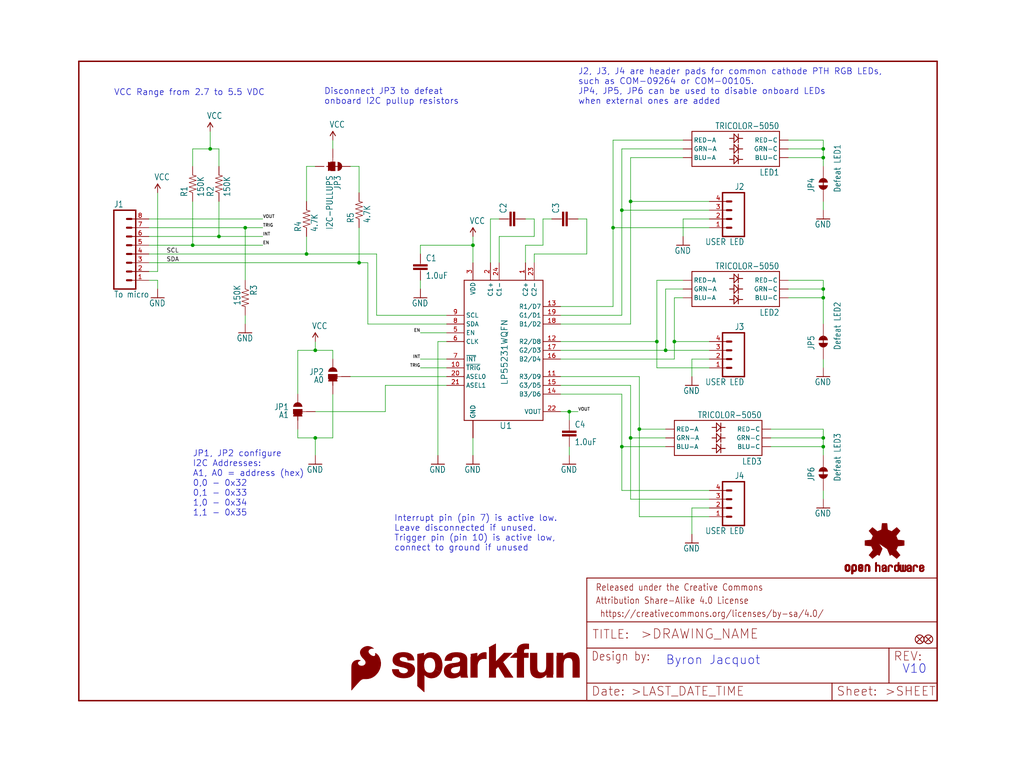
<source format=kicad_sch>
(kicad_sch (version 20211123) (generator eeschema)
  (paper "User" 297.002 223.926)
  (lib_symbols
    (symbol "eagleSchem-eagle-import:1.0UF-16V-10%(0603)"
      (property "Reference" "C" (at 1.524 2.921 0))
      (property "Value" "1.0UF-16V-10%(0603)" (at 1.524 -2.159 0))
      (symbol "1.0UF-16V-10%(0603)_1_0"
        (pin passive line (at 0 5.08 270) (length 2.54) (name "1") (number "1"))
        (pin passive line (at 0 -2.54 90) (length 2.54) (name "2") (number "2"))
      )
    )
    (symbol "eagleSchem-eagle-import:150KOHM1{slash}10W1%(0603)"
      (property "Reference" "R" (at -3.81 1.4986 0))
      (property "Value" "150KOHM1{slash}10W1%(0603)" (at -3.81 -3.302 0))
      (symbol "150KOHM1{slash}10W1%(0603)_1_0"
        (pin passive line (at -5.08 0 0) (length 2.54) (name "1") (number "1"))
        (pin passive line (at 5.08 0 180) (length 2.54) (name "2") (number "2"))
      )
    )
    (symbol "eagleSchem-eagle-import:4.7KOHM-1{slash}10W-1%(0603)"
      (property "Reference" "R" (at -3.81 1.4986 0))
      (property "Value" "4.7KOHM-1{slash}10W-1%(0603)" (at -3.81 -3.302 0))
      (symbol "4.7KOHM-1{slash}10W-1%(0603)_1_0"
        (pin passive line (at -5.08 0 0) (length 2.54) (name "1") (number "1"))
        (pin passive line (at 5.08 0 180) (length 2.54) (name "2") (number "2"))
      )
    )
    (symbol "eagleSchem-eagle-import:CAP0603-CAP"
      (property "Reference" "C" (at 1.524 2.921 0))
      (property "Value" "CAP0603-CAP" (at 1.524 -2.159 0))
      (symbol "CAP0603-CAP_1_0"
        (pin passive line (at 0 5.08 270) (length 2.54) (name "1") (number "1"))
        (pin passive line (at 0 -2.54 90) (length 2.54) (name "2") (number "2"))
      )
    )
    (symbol "eagleSchem-eagle-import:FIDUCIALUFIDUCIAL")
    (symbol "eagleSchem-eagle-import:FRAME-LETTER"
      (symbol "FRAME-LETTER_2_0"
        (text " https://creativecommons.org/licenses/by-sa/4.0/" (at 2.54 24.13 0) (effects (font (size 1.9304 1.6408)) (justify left bottom)))
        (text ">DRAWING_NAME" (at 15.494 17.78 0) (effects (font (size 2.7432 2.7432)) (justify left bottom)))
        (text ">LAST_DATE_TIME" (at 12.7 1.27 0) (effects (font (size 2.54 2.54)) (justify left bottom)))
        (text ">SHEET" (at 86.36 1.27 0) (effects (font (size 2.54 2.54)) (justify left bottom)))
        (text "Attribution Share-Alike 4.0 License" (at 2.54 27.94 0) (effects (font (size 1.9304 1.6408)) (justify left bottom)))
        (text "Date:" (at 1.27 1.27 0) (effects (font (size 2.54 2.54)) (justify left bottom)))
        (text "Design by:" (at 1.27 11.43 0) (effects (font (size 2.54 2.159)) (justify left bottom)))
        (text "Released under the Creative Commons" (at 2.54 31.75 0) (effects (font (size 1.9304 1.6408)) (justify left bottom)))
        (text "REV:" (at 88.9 11.43 0) (effects (font (size 2.54 2.54)) (justify left bottom)))
        (text "Sheet:" (at 72.39 1.27 0) (effects (font (size 2.54 2.54)) (justify left bottom)))
        (text "TITLE:" (at 1.524 17.78 0) (effects (font (size 2.54 2.54)) (justify left bottom)))
      )
    )
    (symbol "eagleSchem-eagle-import:GND" (power)
      (property "Value" "GND" (at -2.54 -2.54 0))
      (symbol "GND_1_0"
        (pin power_in line (at 0 2.54 270) (length 2.54) (name "GND") (number "1"))
      )
    )
    (symbol "eagleSchem-eagle-import:JUMPER-PAD-2-NC_BY_TRACENO_SILK"
      (property "Reference" "JP" (at -2.54 2.54 0))
      (property "Value" "JUMPER-PAD-2-NC_BY_TRACENO_SILK" (at -2.54 -5.08 0))
      (symbol "JUMPER-PAD-2-NC_BY_TRACENO_SILK_1_0"
        (pin passive line (at -5.08 0 0) (length 2.54) (name "1") (number "1"))
        (pin passive line (at 5.08 0 180) (length 2.54) (name "2") (number "2"))
      )
    )
    (symbol "eagleSchem-eagle-import:JUMPER-PAD-3-2OF3_NC_BY_TRACE_SMALL"
      (property "Reference" "JP" (at 2.54 0.381 0))
      (property "Value" "JUMPER-PAD-3-2OF3_NC_BY_TRACE_SMALL" (at 2.54 -1.905 0))
      (symbol "JUMPER-PAD-3-2OF3_NC_BY_TRACE_SMALL_1_0"
        (pin passive line (at 0 5.08 270) (length 2.54) (name "1") (number "1"))
        (pin passive line (at -5.08 0 0) (length 2.54) (name "2") (number "2"))
        (pin passive line (at 0 -5.08 90) (length 2.54) (name "3") (number "3"))
      )
    )
    (symbol "eagleSchem-eagle-import:JUMPER-PAD-3-NC_BY_TRACE"
      (property "Reference" "JP" (at 2.54 0.381 0))
      (property "Value" "JUMPER-PAD-3-NC_BY_TRACE" (at 2.54 -1.905 0))
      (symbol "JUMPER-PAD-3-NC_BY_TRACE_1_0"
        (pin passive line (at 0 5.08 270) (length 2.54) (name "1") (number "1"))
        (pin passive line (at -5.08 0 0) (length 2.54) (name "2") (number "2"))
        (pin passive line (at 0 -5.08 90) (length 2.54) (name "3") (number "3"))
      )
    )
    (symbol "eagleSchem-eagle-import:LED-TRICOLOR-5050NO_IC"
      (property "Reference" "LED" (at -12.7 5.842 0))
      (property "Value" "LED-TRICOLOR-5050NO_IC" (at -12.7 -7.62 0))
      (symbol "LED-TRICOLOR-5050NO_IC_1_0"
        (pin bidirectional line (at 15.24 0 180) (length 2.54) (name "GRN-A") (number "1"))
        (pin bidirectional line (at 15.24 -2.54 180) (length 2.54) (name "RED-A") (number "2"))
        (pin bidirectional line (at 15.24 2.54 180) (length 2.54) (name "BLU-A") (number "3"))
        (pin bidirectional line (at -15.24 2.54 0) (length 2.54) (name "BLU-C") (number "4"))
        (pin bidirectional line (at -15.24 -2.54 0) (length 2.54) (name "RED-C") (number "5"))
        (pin bidirectional line (at -15.24 0 0) (length 2.54) (name "GRN-C") (number "6"))
      )
    )
    (symbol "eagleSchem-eagle-import:LP55231WQFN"
      (property "Reference" "U" (at 10.16 -2.54 0))
      (property "Value" "LP55231WQFN" (at 12.7 10.16 90))
      (symbol "LP55231WQFN_1_0"
        (pin bidirectional line (at 17.78 45.72 270) (length 5.08) (name "C2+") (number "1"))
        (pin bidirectional line (at -5.08 15.24 0) (length 5.08) (name "~{TRIG}") (number "10"))
        (pin bidirectional line (at 27.94 12.7 180) (length 5.08) (name "R3/D9") (number "11"))
        (pin bidirectional line (at 27.94 22.86 180) (length 5.08) (name "R2/D8") (number "12"))
        (pin bidirectional line (at 27.94 33.02 180) (length 5.08) (name "R1/D7") (number "13"))
        (pin bidirectional line (at 27.94 7.62 180) (length 5.08) (name "B3/D6") (number "14"))
        (pin bidirectional line (at 27.94 10.16 180) (length 5.08) (name "G3/D5") (number "15"))
        (pin bidirectional line (at 27.94 17.78 180) (length 5.08) (name "B2/D4") (number "16"))
        (pin bidirectional line (at 27.94 20.32 180) (length 5.08) (name "G2/D3") (number "17"))
        (pin bidirectional line (at 27.94 27.94 180) (length 5.08) (name "B1/D2") (number "18"))
        (pin bidirectional line (at 27.94 30.48 180) (length 5.08) (name "G1/D1") (number "19"))
        (pin bidirectional line (at 7.62 45.72 270) (length 5.08) (name "C1+") (number "2"))
        (pin bidirectional line (at -5.08 12.7 0) (length 5.08) (name "ASEL0") (number "20"))
        (pin bidirectional line (at -5.08 10.16 0) (length 5.08) (name "ASEL1") (number "21"))
        (pin bidirectional line (at 27.94 2.54 180) (length 5.08) (name "VOUT") (number "22"))
        (pin bidirectional line (at 20.32 45.72 270) (length 5.08) (name "C2-") (number "23"))
        (pin bidirectional line (at 10.16 45.72 270) (length 5.08) (name "C1-") (number "24"))
        (pin bidirectional line (at 2.54 45.72 270) (length 5.08) (name "VDD") (number "3"))
        (pin bidirectional line (at 2.54 -5.08 90) (length 5.08) (name "GND") (number "4"))
        (pin bidirectional line (at -5.08 25.4 0) (length 5.08) (name "EN") (number "5"))
        (pin bidirectional line (at -5.08 22.86 0) (length 5.08) (name "CLK") (number "6"))
        (pin bidirectional line (at -5.08 17.78 0) (length 5.08) (name "~{INT}") (number "7"))
        (pin bidirectional line (at -5.08 27.94 0) (length 5.08) (name "SDA") (number "8"))
        (pin bidirectional line (at -5.08 30.48 0) (length 5.08) (name "SCL") (number "9"))
        (pin bidirectional line (at 2.54 -5.08 90) (length 5.08) (name "GND") (number "EP"))
      )
    )
    (symbol "eagleSchem-eagle-import:M04NO_SILK_ALL_ROUND"
      (property "Reference" "J" (at -5.08 8.382 0))
      (property "Value" "M04NO_SILK_ALL_ROUND" (at -5.08 -7.62 0))
      (symbol "M04NO_SILK_ALL_ROUND_1_0"
        (pin passive line (at 5.08 -2.54 180) (length 5.08) (name "1") (number "1"))
        (pin passive line (at 5.08 0 180) (length 5.08) (name "2") (number "2"))
        (pin passive line (at 5.08 2.54 180) (length 5.08) (name "3") (number "3"))
        (pin passive line (at 5.08 5.08 180) (length 5.08) (name "4") (number "4"))
      )
    )
    (symbol "eagleSchem-eagle-import:M08NO_SILK_FEMALE_PTH"
      (property "Reference" "J" (at -5.08 13.462 0))
      (property "Value" "M08NO_SILK_FEMALE_PTH" (at -5.08 -12.7 0))
      (symbol "M08NO_SILK_FEMALE_PTH_1_0"
        (pin passive line (at 5.08 -7.62 180) (length 5.08) (name "1") (number "1"))
        (pin passive line (at 5.08 -5.08 180) (length 5.08) (name "2") (number "2"))
        (pin passive line (at 5.08 -2.54 180) (length 5.08) (name "3") (number "3"))
        (pin passive line (at 5.08 0 180) (length 5.08) (name "4") (number "4"))
        (pin passive line (at 5.08 2.54 180) (length 5.08) (name "5") (number "5"))
        (pin passive line (at 5.08 5.08 180) (length 5.08) (name "6") (number "6"))
        (pin passive line (at 5.08 7.62 180) (length 5.08) (name "7") (number "7"))
        (pin passive line (at 5.08 10.16 180) (length 5.08) (name "8") (number "8"))
      )
    )
    (symbol "eagleSchem-eagle-import:OSHW-LOGOS")
    (symbol "eagleSchem-eagle-import:SFE_LOGO_FLAME.1_INCH")
    (symbol "eagleSchem-eagle-import:SFE_LOGO_NAME.1_INCH")
    (symbol "eagleSchem-eagle-import:VCC" (power)
      (property "Value" "VCC" (at -1.016 3.556 0))
      (symbol "VCC_1_0"
        (pin power_in line (at 0 0 90) (length 2.54) (name "VCC") (number "1"))
      )
    )
  )
  (junction (at 182.88 127))
  (junction (at 88.9 73.66))
  (junction (at 137.16 71.12))
  (junction (at 182.88 58.42))
  (junction (at 185.42 124.46))
  (junction (at 238.76 45.72))
  (junction (at 55.88 71.12))
  (junction (at 177.8 66.04))
  (junction (at 63.5 68.58))
  (junction (at 180.34 60.96))
  (junction (at 238.76 43.18))
  (junction (at 71.12 66.04))
  (junction (at 91.44 101.6))
  (junction (at 238.76 86.36))
  (junction (at 238.76 127))
  (junction (at 193.04 101.6))
  (junction (at 60.96 43.18))
  (junction (at 195.58 99.06))
  (junction (at 238.76 83.82))
  (junction (at 238.76 129.54))
  (junction (at 91.44 127))
  (junction (at 190.5 99.06))
  (junction (at 165.1 119.38))
  (junction (at 180.34 129.54))
  (junction (at 104.14 76.2))
  (wire (pts (xy 129.54 96.52) (xy 121.92 96.52)))
  (wire (pts (xy 106.68 93.98) (xy 106.68 76.2)))
  (wire (pts (xy 144.78 68.58) (xy 154.94 68.58)))
  (wire (pts (xy 60.96 43.18) (xy 63.5 43.18)))
  (wire (pts (xy 228.6 83.82) (xy 238.76 83.82)))
  (wire (pts (xy 157.48 63.5) (xy 160.02 63.5)))
  (wire (pts (xy 182.88 111.76) (xy 162.56 111.76)))
  (wire (pts (xy 45.72 81.28) (xy 43.18 81.28)))
  (wire (pts (xy 127 99.06) (xy 129.54 99.06)))
  (wire (pts (xy 127 132.08) (xy 127 99.06)))
  (wire (pts (xy 228.6 43.18) (xy 238.76 43.18)))
  (wire (pts (xy 111.76 119.38) (xy 111.76 111.76)))
  (wire (pts (xy 205.74 144.78) (xy 182.88 144.78)))
  (wire (pts (xy 96.52 101.6) (xy 91.44 101.6)))
  (wire (pts (xy 162.56 114.3) (xy 180.34 114.3)))
  (wire (pts (xy 142.24 63.5) (xy 142.24 76.2)))
  (wire (pts (xy 238.76 60.96) (xy 238.76 58.42)))
  (wire (pts (xy 180.34 129.54) (xy 180.34 114.3)))
  (wire (pts (xy 137.16 132.08) (xy 137.16 127)))
  (wire (pts (xy 137.16 76.2) (xy 137.16 71.12)))
  (wire (pts (xy 223.52 124.46) (xy 238.76 124.46)))
  (wire (pts (xy 195.58 104.14) (xy 195.58 99.06)))
  (wire (pts (xy 96.52 127) (xy 91.44 127)))
  (wire (pts (xy 182.88 127) (xy 193.04 127)))
  (wire (pts (xy 88.9 48.26) (xy 91.44 48.26)))
  (wire (pts (xy 60.96 38.1) (xy 60.96 43.18)))
  (wire (pts (xy 63.5 68.58) (xy 76.2 68.58)))
  (wire (pts (xy 228.6 45.72) (xy 238.76 45.72)))
  (wire (pts (xy 228.6 86.36) (xy 238.76 86.36)))
  (wire (pts (xy 200.66 154.94) (xy 200.66 147.32)))
  (wire (pts (xy 238.76 127) (xy 238.76 129.54)))
  (wire (pts (xy 190.5 81.28) (xy 198.12 81.28)))
  (wire (pts (xy 228.6 81.28) (xy 238.76 81.28)))
  (wire (pts (xy 137.16 71.12) (xy 121.92 71.12)))
  (wire (pts (xy 104.14 48.26) (xy 101.6 48.26)))
  (wire (pts (xy 154.94 63.5) (xy 152.4 63.5)))
  (wire (pts (xy 91.44 101.6) (xy 91.44 99.06)))
  (wire (pts (xy 121.92 73.66) (xy 121.92 71.12)))
  (wire (pts (xy 43.18 78.74) (xy 45.72 78.74)))
  (wire (pts (xy 104.14 76.2) (xy 104.14 66.04)))
  (wire (pts (xy 71.12 66.04) (xy 76.2 66.04)))
  (wire (pts (xy 129.54 109.22) (xy 101.6 109.22)))
  (wire (pts (xy 238.76 124.46) (xy 238.76 127)))
  (wire (pts (xy 205.74 58.42) (xy 182.88 58.42)))
  (wire (pts (xy 111.76 111.76) (xy 129.54 111.76)))
  (wire (pts (xy 165.1 119.38) (xy 167.64 119.38)))
  (wire (pts (xy 86.36 114.3) (xy 86.36 101.6)))
  (wire (pts (xy 154.94 76.2) (xy 154.94 73.66)))
  (wire (pts (xy 205.74 99.06) (xy 195.58 99.06)))
  (wire (pts (xy 238.76 45.72) (xy 238.76 43.18)))
  (wire (pts (xy 88.9 73.66) (xy 43.18 73.66)))
  (wire (pts (xy 193.04 83.82) (xy 198.12 83.82)))
  (wire (pts (xy 238.76 45.72) (xy 238.76 48.26)))
  (wire (pts (xy 86.36 127) (xy 86.36 124.46)))
  (wire (pts (xy 152.4 76.2) (xy 152.4 71.12)))
  (wire (pts (xy 88.9 73.66) (xy 88.9 68.58)))
  (wire (pts (xy 109.22 91.44) (xy 109.22 73.66)))
  (wire (pts (xy 190.5 99.06) (xy 162.56 99.06)))
  (wire (pts (xy 129.54 91.44) (xy 109.22 91.44)))
  (wire (pts (xy 157.48 71.12) (xy 157.48 63.5)))
  (wire (pts (xy 177.8 40.64) (xy 198.12 40.64)))
  (wire (pts (xy 182.88 93.98) (xy 182.88 58.42)))
  (wire (pts (xy 43.18 63.5) (xy 76.2 63.5)))
  (wire (pts (xy 180.34 129.54) (xy 180.34 142.24)))
  (wire (pts (xy 238.76 43.18) (xy 238.76 40.64)))
  (wire (pts (xy 185.42 124.46) (xy 185.42 109.22)))
  (wire (pts (xy 55.88 48.26) (xy 55.88 43.18)))
  (wire (pts (xy 91.44 127) (xy 86.36 127)))
  (wire (pts (xy 223.52 127) (xy 238.76 127)))
  (wire (pts (xy 63.5 58.42) (xy 63.5 68.58)))
  (wire (pts (xy 182.88 58.42) (xy 182.88 45.72)))
  (wire (pts (xy 180.34 91.44) (xy 180.34 60.96)))
  (wire (pts (xy 86.36 101.6) (xy 91.44 101.6)))
  (wire (pts (xy 106.68 76.2) (xy 104.14 76.2)))
  (wire (pts (xy 96.52 40.64) (xy 96.52 43.18)))
  (wire (pts (xy 238.76 83.82) (xy 238.76 86.36)))
  (wire (pts (xy 129.54 104.14) (xy 121.92 104.14)))
  (wire (pts (xy 121.92 83.82) (xy 121.92 81.28)))
  (wire (pts (xy 144.78 63.5) (xy 142.24 63.5)))
  (wire (pts (xy 185.42 149.86) (xy 205.74 149.86)))
  (wire (pts (xy 96.52 104.14) (xy 96.52 101.6)))
  (wire (pts (xy 182.88 144.78) (xy 182.88 127)))
  (wire (pts (xy 96.52 114.3) (xy 96.52 127)))
  (wire (pts (xy 91.44 132.08) (xy 91.44 127)))
  (wire (pts (xy 162.56 104.14) (xy 195.58 104.14)))
  (wire (pts (xy 154.94 68.58) (xy 154.94 63.5)))
  (wire (pts (xy 200.66 104.14) (xy 205.74 104.14)))
  (wire (pts (xy 190.5 81.28) (xy 190.5 99.06)))
  (wire (pts (xy 177.8 88.9) (xy 177.8 66.04)))
  (wire (pts (xy 129.54 93.98) (xy 106.68 93.98)))
  (wire (pts (xy 55.88 71.12) (xy 76.2 71.12)))
  (wire (pts (xy 165.1 119.38) (xy 162.56 119.38)))
  (wire (pts (xy 170.18 63.5) (xy 167.64 63.5)))
  (wire (pts (xy 129.54 106.68) (xy 121.92 106.68)))
  (wire (pts (xy 45.72 78.74) (xy 45.72 55.88)))
  (wire (pts (xy 190.5 106.68) (xy 190.5 99.06)))
  (wire (pts (xy 238.76 81.28) (xy 238.76 83.82)))
  (wire (pts (xy 144.78 76.2) (xy 144.78 68.58)))
  (wire (pts (xy 198.12 68.58) (xy 198.12 63.5)))
  (wire (pts (xy 238.76 129.54) (xy 238.76 132.08)))
  (wire (pts (xy 223.52 129.54) (xy 238.76 129.54)))
  (wire (pts (xy 162.56 93.98) (xy 182.88 93.98)))
  (wire (pts (xy 43.18 66.04) (xy 71.12 66.04)))
  (wire (pts (xy 162.56 101.6) (xy 193.04 101.6)))
  (wire (pts (xy 195.58 86.36) (xy 198.12 86.36)))
  (wire (pts (xy 177.8 66.04) (xy 177.8 40.64)))
  (wire (pts (xy 71.12 93.98) (xy 71.12 91.44)))
  (wire (pts (xy 238.76 142.24) (xy 238.76 144.78)))
  (wire (pts (xy 193.04 129.54) (xy 180.34 129.54)))
  (wire (pts (xy 205.74 60.96) (xy 180.34 60.96)))
  (wire (pts (xy 165.1 132.08) (xy 165.1 129.54)))
  (wire (pts (xy 180.34 142.24) (xy 205.74 142.24)))
  (wire (pts (xy 63.5 43.18) (xy 63.5 48.26)))
  (wire (pts (xy 180.34 43.18) (xy 198.12 43.18)))
  (wire (pts (xy 238.76 40.64) (xy 228.6 40.64)))
  (wire (pts (xy 55.88 43.18) (xy 60.96 43.18)))
  (wire (pts (xy 104.14 55.88) (xy 104.14 48.26)))
  (wire (pts (xy 238.76 86.36) (xy 238.76 93.98)))
  (wire (pts (xy 43.18 71.12) (xy 55.88 71.12)))
  (wire (pts (xy 165.1 121.92) (xy 165.1 119.38)))
  (wire (pts (xy 71.12 81.28) (xy 71.12 66.04)))
  (wire (pts (xy 200.66 147.32) (xy 205.74 147.32)))
  (wire (pts (xy 162.56 91.44) (xy 180.34 91.44)))
  (wire (pts (xy 238.76 104.14) (xy 238.76 106.68)))
  (wire (pts (xy 195.58 99.06) (xy 195.58 86.36)))
  (wire (pts (xy 180.34 60.96) (xy 180.34 43.18)))
  (wire (pts (xy 45.72 83.82) (xy 45.72 81.28)))
  (wire (pts (xy 88.9 58.42) (xy 88.9 48.26)))
  (wire (pts (xy 205.74 106.68) (xy 190.5 106.68)))
  (wire (pts (xy 154.94 73.66) (xy 170.18 73.66)))
  (wire (pts (xy 162.56 109.22) (xy 185.42 109.22)))
  (wire (pts (xy 193.04 101.6) (xy 205.74 101.6)))
  (wire (pts (xy 193.04 83.82) (xy 193.04 101.6)))
  (wire (pts (xy 193.04 124.46) (xy 185.42 124.46)))
  (wire (pts (xy 182.88 111.76) (xy 182.88 127)))
  (wire (pts (xy 185.42 124.46) (xy 185.42 149.86)))
  (wire (pts (xy 109.22 73.66) (xy 88.9 73.66)))
  (wire (pts (xy 205.74 66.04) (xy 177.8 66.04)))
  (wire (pts (xy 182.88 45.72) (xy 198.12 45.72)))
  (wire (pts (xy 198.12 63.5) (xy 205.74 63.5)))
  (wire (pts (xy 137.16 71.12) (xy 137.16 68.58)))
  (wire (pts (xy 91.44 119.38) (xy 111.76 119.38)))
  (wire (pts (xy 104.14 76.2) (xy 43.18 76.2)))
  (wire (pts (xy 152.4 71.12) (xy 157.48 71.12)))
  (wire (pts (xy 170.18 73.66) (xy 170.18 63.5)))
  (wire (pts (xy 55.88 58.42) (xy 55.88 71.12)))
  (wire (pts (xy 43.18 68.58) (xy 63.5 68.58)))
  (wire (pts (xy 200.66 109.22) (xy 200.66 104.14)))
  (wire (pts (xy 162.56 88.9) (xy 177.8 88.9)))
  (text "J2, J3, J4 are header pads for common cathode PTH RGB LEDs,\nsuch as COM-09264 or COM-00105.\nJP4, JP5, JP6 can be used to disable onboard LEDs\nwhen external ones are added" (at 167.64 30.48 0) (effects (font (size 1.778 1.778)) (justify left bottom)))
  (text "JP1, JP2 configure\nI2C Addresses:\nA1, A0 = address (hex)\n0,0 - 0x32\n0,1 - 0x33\n1,0 - 0x34\n1,1 - 0x35" (at 55.88 149.86 0) (effects (font (size 1.778 1.778)) (justify left bottom)))
  (text "VCC Range from 2.7 to 5.5 VDC" (at 33.02 27.94 180) (effects (font (size 1.778 1.778)) (justify left bottom)))
  (text "Byron Jacquot" (at 193.04 193.04 180) (effects (font (size 2.54 2.54)) (justify left bottom)))
  (text "Disconnect JP3 to defeat\nonboard I2C pullup resistors" (at 93.98 30.48 0) (effects (font (size 1.778 1.778)) (justify left bottom)))
  (text "Interrupt pin (pin 7) is active low.\nLeave disconnected if unused.\nTrigger pin (pin 10) is active low,\nconnect to ground if unused" (at 114.3 160.02 0) (effects (font (size 1.778 1.778)) (justify left bottom)))
  (text "V10" (at 261.62 195.58 180) (effects (font (size 2.54 2.54)) (justify left bottom)))
  (label "EN" (at 121.92 96.52 180) (effects (font (size 0.889 0.889))))
  (label "EN" (at 76.2 71.12 0) (effects (font (size 0.889 0.889))))
  (label "INT" (at 76.2 68.58 0) (effects (font (size 0.889 0.889))))
  (label "TRIG" (at 121.92 106.68 180) (effects (font (size 0.889 0.889))))
  (label "VOUT" (at 167.64 119.38 0) (effects (font (size 0.889 0.889))))
  (label "INT" (at 121.92 104.14 180) (effects (font (size 0.889 0.889))))
  (label "TRIG" (at 76.2 66.04 0) (effects (font (size 0.889 0.889))))
  (label "VOUT" (at 76.2 63.5 0) (effects (font (size 0.889 0.889))))
  (label "SDA" (at 48.26 76.2 0) (effects (font (size 1.2446 1.2446))))
  (label "SCL" (at 48.26 73.66 0) (effects (font (size 1.2446 1.2446))))
  (symbol (lib_id "eagleSchem-eagle-import:4.7KOHM-1{slash}10W-1%(0603)") (at 88.9 63.5 90) (unit 1)
    (property "Reference" "R4" (at 87.4014 67.31 0) (effects (font (size 1.778 1.5113)) (justify left bottom)))
    (property "Value" "4.7K" (at 92.202 67.31 0) (effects (font (size 1.778 1.5113)) (justify left bottom)))
    (property "Footprint" "eagleSchem:0603-RES" (effects hide))
  )
  (symbol (lib_id "eagleSchem-eagle-import:M04NO_SILK_ALL_ROUND") (at 210.82 104.14 0) (mirror y) (unit 1)
    (property "Reference" "J3" (at 215.9 95.758 0) (effects (font (size 1.778 1.5113)) (justify left bottom)))
    (property "Value" "USER LED" (at 215.9 111.76 0) (effects (font (size 1.778 1.5113)) (justify left bottom)))
    (property "Footprint" "eagleSchem:1X04_NO_SILK_ALL_ROUND" (effects hide))
  )
  (symbol (lib_id "eagleSchem-eagle-import:M08NO_SILK_FEMALE_PTH") (at 38.1 73.66 0) (unit 1)
    (property "Reference" "J1" (at 33.02 60.198 0) (effects (font (size 1.778 1.5113)) (justify left bottom)))
    (property "Value" "To micro" (at 33.02 86.36 0) (effects (font (size 1.778 1.5113)) (justify left bottom)))
    (property "Footprint" "eagleSchem:1X08_NO_SILK" (effects hide))
  )
  (symbol (lib_id "eagleSchem-eagle-import:JUMPER-PAD-3-NC_BY_TRACE") (at 96.52 48.26 270) (unit 1)
    (property "Reference" "JP3" (at 96.901 50.8 0) (effects (font (size 1.778 1.5113)) (justify left bottom)))
    (property "Value" "I2C-PULLUPS" (at 94.615 50.8 0) (effects (font (size 1.778 1.5113)) (justify left bottom)))
    (property "Footprint" "eagleSchem:PAD-JUMPER-3-3OF3_NC_BY_TRACE_YES_SILK_FULL_BOX" (effects hide))
  )
  (symbol (lib_id "eagleSchem-eagle-import:1.0UF-16V-10%(0603)") (at 165.1 127 0) (unit 1)
    (property "Reference" "C4" (at 166.624 124.079 0) (effects (font (size 1.778 1.5113)) (justify left bottom)))
    (property "Value" "1.0uF" (at 166.624 129.159 0) (effects (font (size 1.778 1.5113)) (justify left bottom)))
    (property "Footprint" "eagleSchem:0603-CAP" (effects hide))
  )
  (symbol (lib_id "eagleSchem-eagle-import:GND") (at 238.76 147.32 0) (unit 1)
    (property "Reference" "#GND13" (effects hide))
    (property "Value" "GND" (at 236.22 149.86 0) (effects (font (size 1.778 1.5113)) (justify left bottom)))
    (property "Footprint" "eagleSchem:" (effects hide))
  )
  (symbol (lib_id "eagleSchem-eagle-import:JUMPER-PAD-3-2OF3_NC_BY_TRACE_SMALL") (at 96.52 109.22 0) (mirror y) (unit 1)
    (property "Reference" "JP2" (at 93.98 108.839 0) (effects (font (size 1.778 1.5113)) (justify left bottom)))
    (property "Value" "A0" (at 93.98 111.125 0) (effects (font (size 1.778 1.5113)) (justify left bottom)))
    (property "Footprint" "eagleSchem:PAD-JUMPER-3-2OF3_NC_BY_TRACE_YES_SILK_FULL_BOX" (effects hide))
  )
  (symbol (lib_id "eagleSchem-eagle-import:M04NO_SILK_ALL_ROUND") (at 210.82 63.5 0) (mirror y) (unit 1)
    (property "Reference" "J2" (at 215.9 55.118 0) (effects (font (size 1.778 1.5113)) (justify left bottom)))
    (property "Value" "USER LED" (at 215.9 71.12 0) (effects (font (size 1.778 1.5113)) (justify left bottom)))
    (property "Footprint" "eagleSchem:1X04_NO_SILK_ALL_ROUND" (effects hide))
  )
  (symbol (lib_id "eagleSchem-eagle-import:FRAME-LETTER") (at 170.18 203.2 0) (unit 2)
    (property "Reference" "FRAME1" (effects hide))
    (property "Value" "FRAME-LETTER" (effects hide))
    (property "Footprint" "eagleSchem:CREATIVE_COMMONS" (effects hide))
  )
  (symbol (lib_id "eagleSchem-eagle-import:GND") (at 127 134.62 0) (unit 1)
    (property "Reference" "#GND5" (effects hide))
    (property "Value" "GND" (at 124.46 137.16 0) (effects (font (size 1.778 1.5113)) (justify left bottom)))
    (property "Footprint" "eagleSchem:" (effects hide))
  )
  (symbol (lib_id "eagleSchem-eagle-import:FRAME-LETTER") (at 22.86 203.2 0) (unit 1)
    (property "Reference" "FRAME1" (effects hide))
    (property "Value" "FRAME-LETTER" (effects hide))
    (property "Footprint" "eagleSchem:CREATIVE_COMMONS" (effects hide))
  )
  (symbol (lib_id "eagleSchem-eagle-import:CAP0603-CAP") (at 149.86 63.5 90) (unit 1)
    (property "Reference" "C2" (at 146.939 61.976 0) (effects (font (size 1.778 1.5113)) (justify left bottom)))
    (property "Value" "0.47uf" (at 152.019 61.976 0) (effects (font (size 1.778 1.5113)) (justify left bottom)))
    (property "Footprint" "eagleSchem:0603-CAP" (effects hide))
    (property "Value" "0.47uf" (effects hide))
    (property "Value" "0.47uf" (effects hide))
  )
  (symbol (lib_id "eagleSchem-eagle-import:LP55231WQFN") (at 134.62 121.92 0) (unit 1)
    (property "Reference" "U1" (at 144.78 124.46 0) (effects (font (size 1.778 1.778)) (justify left bottom)))
    (property "Value" "LP55231WQFN" (at 147.32 111.76 90) (effects (font (size 1.778 1.778)) (justify left bottom)))
    (property "Footprint" "eagleSchem:WQFN-24" (effects hide))
  )
  (symbol (lib_id "eagleSchem-eagle-import:GND") (at 91.44 134.62 0) (unit 1)
    (property "Reference" "#GND3" (effects hide))
    (property "Value" "GND" (at 88.9 137.16 0) (effects (font (size 1.778 1.5113)) (justify left bottom)))
    (property "Footprint" "eagleSchem:" (effects hide))
  )
  (symbol (lib_id "eagleSchem-eagle-import:150KOHM1{slash}10W1%(0603)") (at 55.88 53.34 90) (unit 1)
    (property "Reference" "R1" (at 54.3814 57.15 0) (effects (font (size 1.778 1.5113)) (justify left bottom)))
    (property "Value" "150K" (at 59.182 57.15 0) (effects (font (size 1.778 1.5113)) (justify left bottom)))
    (property "Footprint" "eagleSchem:0603-RES" (effects hide))
  )
  (symbol (lib_id "eagleSchem-eagle-import:JUMPER-PAD-2-NC_BY_TRACENO_SILK") (at 238.76 99.06 90) (unit 1)
    (property "Reference" "JP5" (at 236.22 101.6 0) (effects (font (size 1.778 1.5113)) (justify left bottom)))
    (property "Value" "Defeat LED2" (at 243.84 101.6 0) (effects (font (size 1.778 1.5113)) (justify left bottom)))
    (property "Footprint" "eagleSchem:PAD-JUMPER-2-NC_BY_TRACE_NO_SILK" (effects hide))
  )
  (symbol (lib_id "eagleSchem-eagle-import:SFE_LOGO_NAME.1_INCH") (at 111.76 200.66 0) (unit 1)
    (property "Reference" "LOGO2" (effects hide))
    (property "Value" "SFE_LOGO_NAME.1_INCH" (effects hide))
    (property "Footprint" "eagleSchem:SFE_LOGO_NAME_.1" (effects hide))
  )
  (symbol (lib_id "eagleSchem-eagle-import:1.0UF-16V-10%(0603)") (at 121.92 78.74 0) (unit 1)
    (property "Reference" "C1" (at 123.444 75.819 0) (effects (font (size 1.778 1.5113)) (justify left bottom)))
    (property "Value" "1.0uF" (at 123.444 80.899 0) (effects (font (size 1.778 1.5113)) (justify left bottom)))
    (property "Footprint" "eagleSchem:0603-CAP" (effects hide))
  )
  (symbol (lib_id "eagleSchem-eagle-import:GND") (at 137.16 134.62 0) (unit 1)
    (property "Reference" "#GND6" (effects hide))
    (property "Value" "GND" (at 134.62 137.16 0) (effects (font (size 1.778 1.5113)) (justify left bottom)))
    (property "Footprint" "eagleSchem:" (effects hide))
  )
  (symbol (lib_id "eagleSchem-eagle-import:GND") (at 238.76 63.5 0) (unit 1)
    (property "Reference" "#GND11" (effects hide))
    (property "Value" "GND" (at 236.22 66.04 0) (effects (font (size 1.778 1.5113)) (justify left bottom)))
    (property "Footprint" "eagleSchem:" (effects hide))
  )
  (symbol (lib_id "eagleSchem-eagle-import:LED-TRICOLOR-5050NO_IC") (at 213.36 43.18 180) (unit 1)
    (property "Reference" "LED1" (at 226.06 49.022 0) (effects (font (size 1.778 1.5113)) (justify left bottom)))
    (property "Value" "TRICOLOR-5050" (at 226.06 35.56 0) (effects (font (size 1.778 1.5113)) (justify left bottom)))
    (property "Footprint" "eagleSchem:LED-TRICOLOR-5050" (effects hide))
  )
  (symbol (lib_id "eagleSchem-eagle-import:VCC") (at 91.44 99.06 0) (unit 1)
    (property "Reference" "#SUPPLY3" (effects hide))
    (property "Value" "VCC" (at 90.424 95.504 0) (effects (font (size 1.778 1.5113)) (justify left bottom)))
    (property "Footprint" "eagleSchem:" (effects hide))
  )
  (symbol (lib_id "eagleSchem-eagle-import:FIDUCIALUFIDUCIAL") (at 266.7 185.42 0) (unit 1)
    (property "Reference" "FD1" (effects hide))
    (property "Value" "FIDUCIALUFIDUCIAL" (effects hide))
    (property "Footprint" "eagleSchem:MICRO-FIDUCIAL" (effects hide))
  )
  (symbol (lib_id "eagleSchem-eagle-import:150KOHM1{slash}10W1%(0603)") (at 71.12 86.36 270) (unit 1)
    (property "Reference" "R3" (at 72.6186 82.55 0) (effects (font (size 1.778 1.5113)) (justify left bottom)))
    (property "Value" "150K" (at 67.818 82.55 0) (effects (font (size 1.778 1.5113)) (justify left bottom)))
    (property "Footprint" "eagleSchem:0603-RES" (effects hide))
  )
  (symbol (lib_id "eagleSchem-eagle-import:VCC") (at 60.96 38.1 0) (unit 1)
    (property "Reference" "#SUPPLY2" (effects hide))
    (property "Value" "VCC" (at 59.944 34.544 0) (effects (font (size 1.778 1.5113)) (justify left bottom)))
    (property "Footprint" "eagleSchem:" (effects hide))
  )
  (symbol (lib_id "eagleSchem-eagle-import:VCC") (at 137.16 68.58 0) (unit 1)
    (property "Reference" "#SUPPLY5" (effects hide))
    (property "Value" "VCC" (at 136.144 65.024 0) (effects (font (size 1.778 1.5113)) (justify left bottom)))
    (property "Footprint" "eagleSchem:" (effects hide))
  )
  (symbol (lib_id "eagleSchem-eagle-import:JUMPER-PAD-2-NC_BY_TRACENO_SILK") (at 238.76 137.16 90) (unit 1)
    (property "Reference" "JP6" (at 236.22 139.7 0) (effects (font (size 1.778 1.5113)) (justify left bottom)))
    (property "Value" "Defeat LED3" (at 243.84 139.7 0) (effects (font (size 1.778 1.5113)) (justify left bottom)))
    (property "Footprint" "eagleSchem:PAD-JUMPER-2-NC_BY_TRACE_NO_SILK" (effects hide))
  )
  (symbol (lib_id "eagleSchem-eagle-import:GND") (at 121.92 86.36 0) (unit 1)
    (property "Reference" "#GND4" (effects hide))
    (property "Value" "GND" (at 119.38 88.9 0) (effects (font (size 1.778 1.5113)) (justify left bottom)))
    (property "Footprint" "eagleSchem:" (effects hide))
  )
  (symbol (lib_id "eagleSchem-eagle-import:JUMPER-PAD-3-2OF3_NC_BY_TRACE_SMALL") (at 86.36 119.38 0) (mirror y) (unit 1)
    (property "Reference" "JP1" (at 83.82 118.999 0) (effects (font (size 1.778 1.5113)) (justify left bottom)))
    (property "Value" "A1" (at 83.82 121.285 0) (effects (font (size 1.778 1.5113)) (justify left bottom)))
    (property "Footprint" "eagleSchem:PAD-JUMPER-3-2OF3_NC_BY_TRACE_YES_SILK_FULL_BOX" (effects hide))
  )
  (symbol (lib_id "eagleSchem-eagle-import:JUMPER-PAD-2-NC_BY_TRACENO_SILK") (at 238.76 53.34 90) (unit 1)
    (property "Reference" "JP4" (at 236.22 55.88 0) (effects (font (size 1.778 1.5113)) (justify left bottom)))
    (property "Value" "Defeat LED1" (at 243.84 55.88 0) (effects (font (size 1.778 1.5113)) (justify left bottom)))
    (property "Footprint" "eagleSchem:PAD-JUMPER-2-NC_BY_TRACE_NO_SILK" (effects hide))
  )
  (symbol (lib_id "eagleSchem-eagle-import:VCC") (at 96.52 40.64 0) (unit 1)
    (property "Reference" "#SUPPLY4" (effects hide))
    (property "Value" "VCC" (at 95.504 37.084 0) (effects (font (size 1.778 1.5113)) (justify left bottom)))
    (property "Footprint" "eagleSchem:" (effects hide))
  )
  (symbol (lib_id "eagleSchem-eagle-import:M04NO_SILK_ALL_ROUND") (at 210.82 147.32 0) (mirror y) (unit 1)
    (property "Reference" "J4" (at 215.9 138.938 0) (effects (font (size 1.778 1.5113)) (justify left bottom)))
    (property "Value" "USER LED" (at 215.9 154.94 0) (effects (font (size 1.778 1.5113)) (justify left bottom)))
    (property "Footprint" "eagleSchem:1X04_NO_SILK_ALL_ROUND" (effects hide))
  )
  (symbol (lib_id "eagleSchem-eagle-import:FIDUCIALUFIDUCIAL") (at 269.24 185.42 0) (unit 1)
    (property "Reference" "FD2" (effects hide))
    (property "Value" "FIDUCIALUFIDUCIAL" (effects hide))
    (property "Footprint" "eagleSchem:MICRO-FIDUCIAL" (effects hide))
  )
  (symbol (lib_id "eagleSchem-eagle-import:GND") (at 200.66 157.48 0) (unit 1)
    (property "Reference" "#GND10" (effects hide))
    (property "Value" "GND" (at 198.12 160.02 0) (effects (font (size 1.778 1.5113)) (justify left bottom)))
    (property "Footprint" "eagleSchem:" (effects hide))
  )
  (symbol (lib_id "eagleSchem-eagle-import:150KOHM1{slash}10W1%(0603)") (at 63.5 53.34 90) (unit 1)
    (property "Reference" "R2" (at 62.0014 57.15 0) (effects (font (size 1.778 1.5113)) (justify left bottom)))
    (property "Value" "150K" (at 66.802 57.15 0) (effects (font (size 1.778 1.5113)) (justify left bottom)))
    (property "Footprint" "eagleSchem:0603-RES" (effects hide))
  )
  (symbol (lib_id "eagleSchem-eagle-import:GND") (at 238.76 109.22 0) (unit 1)
    (property "Reference" "#GND12" (effects hide))
    (property "Value" "GND" (at 236.22 111.76 0) (effects (font (size 1.778 1.5113)) (justify left bottom)))
    (property "Footprint" "eagleSchem:" (effects hide))
  )
  (symbol (lib_id "eagleSchem-eagle-import:GND") (at 200.66 111.76 0) (unit 1)
    (property "Reference" "#GND9" (effects hide))
    (property "Value" "GND" (at 198.12 114.3 0) (effects (font (size 1.778 1.5113)) (justify left bottom)))
    (property "Footprint" "eagleSchem:" (effects hide))
  )
  (symbol (lib_id "eagleSchem-eagle-import:LED-TRICOLOR-5050NO_IC") (at 213.36 83.82 180) (unit 1)
    (property "Reference" "LED2" (at 226.06 89.662 0) (effects (font (size 1.778 1.5113)) (justify left bottom)))
    (property "Value" "TRICOLOR-5050" (at 226.06 76.2 0) (effects (font (size 1.778 1.5113)) (justify left bottom)))
    (property "Footprint" "eagleSchem:LED-TRICOLOR-5050" (effects hide))
  )
  (symbol (lib_id "eagleSchem-eagle-import:4.7KOHM-1{slash}10W-1%(0603)") (at 104.14 60.96 90) (unit 1)
    (property "Reference" "R5" (at 102.6414 64.77 0) (effects (font (size 1.778 1.5113)) (justify left bottom)))
    (property "Value" "4.7K" (at 107.442 64.77 0) (effects (font (size 1.778 1.5113)) (justify left bottom)))
    (property "Footprint" "eagleSchem:0603-RES" (effects hide))
  )
  (symbol (lib_id "eagleSchem-eagle-import:LED-TRICOLOR-5050NO_IC") (at 208.28 127 180) (unit 1)
    (property "Reference" "LED3" (at 220.98 132.842 0) (effects (font (size 1.778 1.5113)) (justify left bottom)))
    (property "Value" "TRICOLOR-5050" (at 220.98 119.38 0) (effects (font (size 1.778 1.5113)) (justify left bottom)))
    (property "Footprint" "eagleSchem:LED-TRICOLOR-5050" (effects hide))
  )
  (symbol (lib_id "eagleSchem-eagle-import:GND") (at 45.72 86.36 0) (unit 1)
    (property "Reference" "#GND1" (effects hide))
    (property "Value" "GND" (at 43.18 88.9 0) (effects (font (size 1.778 1.5113)) (justify left bottom)))
    (property "Footprint" "eagleSchem:" (effects hide))
  )
  (symbol (lib_id "eagleSchem-eagle-import:CAP0603-CAP") (at 165.1 63.5 90) (unit 1)
    (property "Reference" "C3" (at 162.179 61.976 0) (effects (font (size 1.778 1.5113)) (justify left bottom)))
    (property "Value" "0.47uf" (at 167.259 61.976 0) (effects (font (size 1.778 1.5113)) (justify left bottom)))
    (property "Footprint" "eagleSchem:0603-CAP" (effects hide))
    (property "Value" "0.47uf" (effects hide))
    (property "Value" "0.47uf" (effects hide))
  )
  (symbol (lib_id "eagleSchem-eagle-import:GND") (at 198.12 71.12 0) (unit 1)
    (property "Reference" "#GND8" (effects hide))
    (property "Value" "GND" (at 195.58 73.66 0) (effects (font (size 1.778 1.5113)) (justify left bottom)))
    (property "Footprint" "eagleSchem:" (effects hide))
  )
  (symbol (lib_id "eagleSchem-eagle-import:OSHW-LOGOS") (at 256.54 157.48 0) (unit 1)
    (property "Reference" "LOGO3" (effects hide))
    (property "Value" "OSHW-LOGOS" (effects hide))
    (property "Footprint" "eagleSchem:OSHW-LOGO-S" (effects hide))
  )
  (symbol (lib_id "eagleSchem-eagle-import:VCC") (at 45.72 55.88 0) (unit 1)
    (property "Reference" "#SUPPLY1" (effects hide))
    (property "Value" "VCC" (at 44.704 52.324 0) (effects (font (size 1.778 1.5113)) (justify left bottom)))
    (property "Footprint" "eagleSchem:" (effects hide))
  )
  (symbol (lib_id "eagleSchem-eagle-import:GND") (at 165.1 134.62 0) (unit 1)
    (property "Reference" "#GND7" (effects hide))
    (property "Value" "GND" (at 162.56 137.16 0) (effects (font (size 1.778 1.5113)) (justify left bottom)))
    (property "Footprint" "eagleSchem:" (effects hide))
  )
  (symbol (lib_id "eagleSchem-eagle-import:SFE_LOGO_FLAME.1_INCH") (at 101.6 200.66 0) (unit 1)
    (property "Reference" "LOGO1" (effects hide))
    (property "Value" "SFE_LOGO_FLAME.1_INCH" (effects hide))
    (property "Footprint" "eagleSchem:SFE_LOGO_FLAME_.1" (effects hide))
  )
  (symbol (lib_id "eagleSchem-eagle-import:GND") (at 71.12 96.52 0) (unit 1)
    (property "Reference" "#GND2" (effects hide))
    (property "Value" "GND" (at 68.58 99.06 0) (effects (font (size 1.778 1.5113)) (justify left bottom)))
    (property "Footprint" "eagleSchem:" (effects hide))
  )
)
</source>
